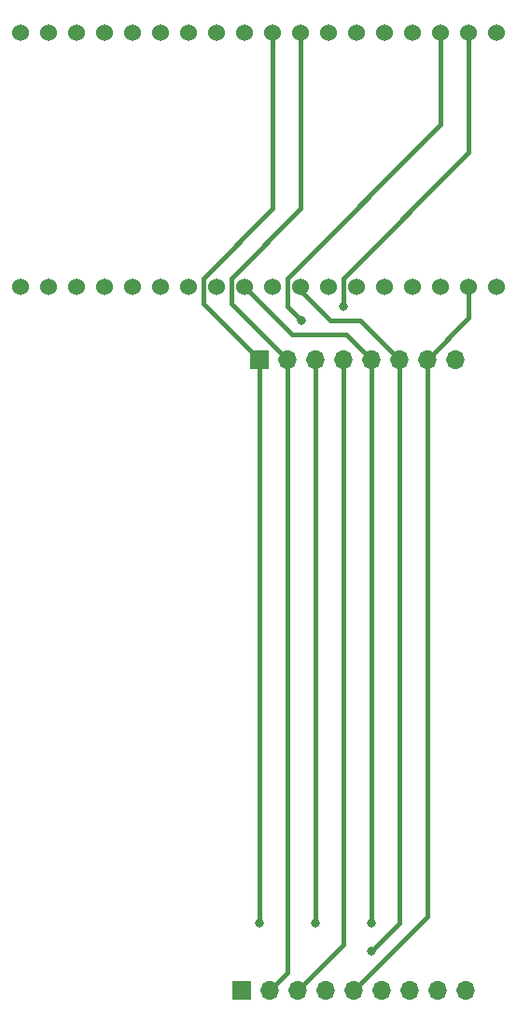
<source format=gbr>
%TF.GenerationSoftware,KiCad,Pcbnew,7.0.7*%
%TF.CreationDate,2023-08-30T00:42:08-04:00*%
%TF.ProjectId,Lora_Keypad,4c6f7261-5f4b-4657-9970-61642e6b6963,rev?*%
%TF.SameCoordinates,Original*%
%TF.FileFunction,Copper,L2,Bot*%
%TF.FilePolarity,Positive*%
%FSLAX46Y46*%
G04 Gerber Fmt 4.6, Leading zero omitted, Abs format (unit mm)*
G04 Created by KiCad (PCBNEW 7.0.7) date 2023-08-30 00:42:08*
%MOMM*%
%LPD*%
G01*
G04 APERTURE LIST*
%TA.AperFunction,ComponentPad*%
%ADD10R,1.700000X1.700000*%
%TD*%
%TA.AperFunction,ComponentPad*%
%ADD11O,1.700000X1.700000*%
%TD*%
%TA.AperFunction,ComponentPad*%
%ADD12C,1.524000*%
%TD*%
%TA.AperFunction,ViaPad*%
%ADD13C,0.800000*%
%TD*%
%TA.AperFunction,Conductor*%
%ADD14C,0.400000*%
%TD*%
G04 APERTURE END LIST*
D10*
%TO.P,U2,A1,C1*%
%TO.N,C1*%
X137160000Y-79760000D03*
D11*
%TO.P,U2,A2,C2*%
%TO.N,C2*%
X139700000Y-79760000D03*
%TO.P,U2,A3,C3*%
%TO.N,C3*%
X142240000Y-79760000D03*
%TO.P,U2,A4,R1*%
%TO.N,R1*%
X144780000Y-79760000D03*
%TO.P,U2,A5,R2*%
%TO.N,R2*%
X147320000Y-79760000D03*
%TO.P,U2,A6,R3*%
%TO.N,R3*%
X149860000Y-79760000D03*
%TO.P,U2,A7,R4*%
%TO.N,R4*%
X152400000Y-79760000D03*
%TO.P,U2,A8,NC*%
%TO.N,unconnected-(U2-NC-PadA8)*%
X154940000Y-79760000D03*
D10*
%TO.P,U2,B1,NC*%
%TO.N,unconnected-(U2-NC-PadB1)*%
X135572500Y-136910000D03*
D11*
%TO.P,U2,B2,C2*%
%TO.N,C2*%
X138112500Y-136910000D03*
%TO.P,U2,B3,R1*%
%TO.N,R1*%
X140652500Y-136910000D03*
%TO.P,U2,B4,C1*%
%TO.N,C1*%
X143192500Y-136910000D03*
%TO.P,U2,B5,R4*%
%TO.N,R4*%
X145732500Y-136910000D03*
%TO.P,U2,B6,C3*%
%TO.N,C3*%
X148272500Y-136910000D03*
%TO.P,U2,B7,R3*%
%TO.N,R3*%
X150812500Y-136910000D03*
%TO.P,U2,B8,R2*%
%TO.N,R2*%
X153352500Y-136910000D03*
%TO.P,U2,B9,NC*%
%TO.N,unconnected-(U2-NC-PadB9)*%
X155892500Y-136910000D03*
%TD*%
D12*
%TO.P,U1,1,GND*%
%TO.N,unconnected-(U1-GND-Pad1)*%
X115540000Y-73130000D03*
%TO.P,U1,2,5V*%
%TO.N,unconnected-(U1-5V-Pad2)*%
X118080000Y-73130000D03*
%TO.P,U1,3,3V3*%
%TO.N,unconnected-(U1-3V3-Pad3)*%
X120620000Y-73130000D03*
%TO.P,U1,4,GND*%
%TO.N,unconnected-(U1-GND-Pad4)*%
X123160000Y-73130000D03*
%TO.P,U1,5,U0_RX/GPIO3*%
%TO.N,unconnected-(U1-U0_RX{slash}GPIO3-Pad5)*%
X125700000Y-73130000D03*
%TO.P,U1,6,U0_TX/GPIO1*%
%TO.N,unconnected-(U1-U0_TX{slash}GPIO1-Pad6)*%
X128240000Y-73130000D03*
%TO.P,U1,7,RST*%
%TO.N,unconnected-(U1-RST-Pad7)*%
X130780000Y-73130000D03*
%TO.P,U1,8,PRG_BUTTON/TOUCH1/ADC2_1/GPIO0*%
%TO.N,unconnected-(U1-PRG_BUTTON{slash}TOUCH1{slash}ADC2_1{slash}GPIO0-Pad8)*%
X133320000Y-73130000D03*
%TO.P,U1,9,U0_RTS/V_SPI_WP/SCL/GPIO22*%
%TO.N,R2*%
X135860000Y-73130000D03*
%TO.P,U1,10,LORA_MISO/U0_CTS/V_SPI_Q/GPIO19*%
%TO.N,unconnected-(U1-LORA_MISO{slash}U0_CTS{slash}V_SPI_Q{slash}GPIO19-Pad10)*%
X138400000Y-73130000D03*
%TO.P,U1,11,V_SPI_D/GPIO23*%
%TO.N,R3*%
X140940000Y-73130000D03*
%TO.P,U1,12,LORA_CS/V_SPI_CLK/GPIO18*%
%TO.N,unconnected-(U1-LORA_CS{slash}V_SPI_CLK{slash}GPIO18-Pad12)*%
X143480000Y-73130000D03*
%TO.P,U1,13,LORA_SCK/V_SPI_CS0/GPIO5*%
%TO.N,unconnected-(U1-LORA_SCK{slash}V_SPI_CS0{slash}GPIO5-Pad13)*%
X146020000Y-73130000D03*
%TO.P,U1,14,OLED_SCL/TOUCH3/HSPI_CS0/ADC2_3/GPIO15*%
%TO.N,unconnected-(U1-OLED_SCL{slash}TOUCH3{slash}HSPI_CS0{slash}ADC2_3{slash}GPIO15-Pad14)*%
X148560000Y-73130000D03*
%TO.P,U1,15,TOUCH2/HSPI_WP/ADC2_2/GPIO2*%
%TO.N,unconnected-(U1-TOUCH2{slash}HSPI_WP{slash}ADC2_2{slash}GPIO2-Pad15)*%
X151100000Y-73130000D03*
%TO.P,U1,16,OLED_SDA/TOUCH0/HSPI_HD/ADC2_0/GPIO4*%
%TO.N,unconnected-(U1-OLED_SDA{slash}TOUCH0{slash}HSPI_HD{slash}ADC2_0{slash}GPIO4-Pad16)*%
X153640000Y-73130000D03*
%TO.P,U1,17,U2_TX/GPIO17*%
%TO.N,R4*%
X156180000Y-73130000D03*
%TO.P,U1,18,OLED_RST/U2_RX/GPIO16*%
%TO.N,unconnected-(U1-OLED_RST{slash}U2_RX{slash}GPIO16-Pad18)*%
X158720000Y-73130000D03*
%TO.P,U1,19,V_SPI_HD/SDA/GPIO21*%
%TO.N,unconnected-(U1-V_SPI_HD{slash}SDA{slash}GPIO21-Pad19)*%
X158720000Y-50100000D03*
%TO.P,U1,20,TOUCH4/ADC2_4/GPIO13*%
%TO.N,R1*%
X156180000Y-50100000D03*
%TO.P,U1,21,TOUCH5/ADC2_5/GPIO12*%
%TO.N,C3*%
X153640000Y-50100000D03*
%TO.P,U1,22,LORA_RST/TOUCH6/ADC2_6/GPIO14*%
%TO.N,unconnected-(U1-LORA_RST{slash}TOUCH6{slash}ADC2_6{slash}GPIO14-Pad22)*%
X151100000Y-50100000D03*
%TO.P,U1,23,LORA_MOSI/TOUCH7/ADC2_7/GPIO27*%
%TO.N,unconnected-(U1-LORA_MOSI{slash}TOUCH7{slash}ADC2_7{slash}GPIO27-Pad23)*%
X148560000Y-50100000D03*
%TO.P,U1,24,LORA_DIO0/DAC1/ADC2_9/GPIO26*%
%TO.N,unconnected-(U1-LORA_DIO0{slash}DAC1{slash}ADC2_9{slash}GPIO26-Pad24)*%
X146020000Y-50100000D03*
%TO.P,U1,25,LED/DAC2/ADC2_8/GPIO25*%
%TO.N,unconnected-(U1-LED{slash}DAC2{slash}ADC2_8{slash}GPIO25-Pad25)*%
X143480000Y-50100000D03*
%TO.P,U1,26,LORA_DIO1/XTAL32/TOUCH8/ADC1_5/GPIO33*%
%TO.N,C2*%
X140940000Y-50100000D03*
%TO.P,U1,27,LORA_DIO2/XTAL32/TOUCH9/ADC1_4/GPIO32*%
%TO.N,C1*%
X138400000Y-50100000D03*
%TO.P,U1,28,ADC1_7/GPIO35*%
%TO.N,unconnected-(U1-ADC1_7{slash}GPIO35-Pad28)*%
X135860000Y-50100000D03*
%TO.P,U1,29,ADC1_6/GPIO34*%
%TO.N,unconnected-(U1-ADC1_6{slash}GPIO34-Pad29)*%
X133320000Y-50100000D03*
%TO.P,U1,30,ADC1_3/GPIO39*%
%TO.N,unconnected-(U1-ADC1_3{slash}GPIO39-Pad30)*%
X130780000Y-50100000D03*
%TO.P,U1,31,ADC1_2/GPIO38*%
%TO.N,unconnected-(U1-ADC1_2{slash}GPIO38-Pad31)*%
X128240000Y-50100000D03*
%TO.P,U1,32,ADC1_1/GPIO37*%
%TO.N,unconnected-(U1-ADC1_1{slash}GPIO37-Pad32)*%
X125700000Y-50100000D03*
%TO.P,U1,33,ADC1_0/GPIO36*%
%TO.N,unconnected-(U1-ADC1_0{slash}GPIO36-Pad33)*%
X123160000Y-50100000D03*
%TO.P,U1,34,3V3*%
%TO.N,unconnected-(U1-3V3-Pad34)*%
X120620000Y-50100000D03*
%TO.P,U1,35,5V*%
%TO.N,unconnected-(U1-5V-Pad35)*%
X118080000Y-50100000D03*
%TO.P,U1,36,GND*%
%TO.N,unconnected-(U1-GND-Pad36)*%
X115540000Y-50100000D03*
%TD*%
D13*
%TO.N,R3*%
X147320000Y-133350000D03*
%TO.N,R2*%
X147320000Y-130810000D03*
%TO.N,C1*%
X137160000Y-130810000D03*
%TO.N,R1*%
X144780000Y-74930000D03*
%TO.N,C3*%
X140970000Y-76200000D03*
X142240000Y-130810000D03*
%TD*%
D14*
%TO.N,R4*%
X152400000Y-130242500D02*
X145732500Y-136910000D01*
%TO.N,R3*%
X149860000Y-130810000D02*
X147320000Y-133350000D01*
X149860000Y-79760000D02*
X149860000Y-130810000D01*
%TO.N,C1*%
X137160000Y-79760000D02*
X137160000Y-130810000D01*
%TO.N,R2*%
X140200000Y-77470000D02*
X135860000Y-73130000D01*
X145030000Y-77470000D02*
X140200000Y-77470000D01*
X147320000Y-79760000D02*
X147320000Y-130810000D01*
X147320000Y-79760000D02*
X145030000Y-77470000D01*
%TO.N,R3*%
X140940000Y-73505000D02*
X143635000Y-76200000D01*
X146300000Y-76200000D02*
X149860000Y-79760000D01*
X140940000Y-73130000D02*
X140940000Y-73505000D01*
X143635000Y-76200000D02*
X146300000Y-76200000D01*
%TO.N,R4*%
X152400000Y-79760000D02*
X156180000Y-75980000D01*
X156180000Y-75980000D02*
X156180000Y-73130000D01*
X152400000Y-79760000D02*
X152400000Y-130242500D01*
%TO.N,R1*%
X156180000Y-60990000D02*
X144780000Y-72390000D01*
X156180000Y-50100000D02*
X156180000Y-60990000D01*
X144780000Y-79760000D02*
X144780000Y-132782500D01*
X144780000Y-132782500D02*
X140652500Y-136910000D01*
X144780000Y-72390000D02*
X144780000Y-74930000D01*
%TO.N,C3*%
X153640000Y-50100000D02*
X153640000Y-58450000D01*
X142240000Y-79760000D02*
X142240000Y-130810000D01*
X153640000Y-58450000D02*
X139700000Y-72390000D01*
X139700000Y-74930000D02*
X140970000Y-76200000D01*
X139700000Y-72390000D02*
X139700000Y-74930000D01*
%TO.N,C2*%
X134620000Y-72390000D02*
X134620000Y-74680000D01*
X140940000Y-50100000D02*
X140940000Y-66070000D01*
X134620000Y-74680000D02*
X139700000Y-79760000D01*
X139700000Y-135322500D02*
X138112500Y-136910000D01*
X139700000Y-79760000D02*
X139700000Y-135322500D01*
X140940000Y-66070000D02*
X134620000Y-72390000D01*
%TO.N,C1*%
X137160000Y-79760000D02*
X132080000Y-74680000D01*
X132080000Y-72390000D02*
X138400000Y-66070000D01*
X138400000Y-66070000D02*
X138400000Y-50100000D01*
X132080000Y-74680000D02*
X132080000Y-72390000D01*
%TD*%
M02*

</source>
